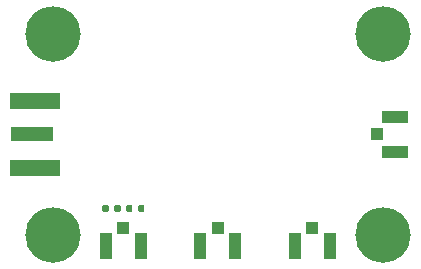
<source format=gbr>
%TF.GenerationSoftware,KiCad,Pcbnew,5.1.9-73d0e3b20d~88~ubuntu20.04.1*%
%TF.CreationDate,2021-03-06T00:26:18+00:00*%
%TF.ProjectId,SMA_to_uFL,534d415f-746f-45f7-9546-4c2e6b696361,1.0*%
%TF.SameCoordinates,Original*%
%TF.FileFunction,Soldermask,Top*%
%TF.FilePolarity,Negative*%
%FSLAX46Y46*%
G04 Gerber Fmt 4.6, Leading zero omitted, Abs format (unit mm)*
G04 Created by KiCad (PCBNEW 5.1.9-73d0e3b20d~88~ubuntu20.04.1) date 2021-03-06 00:26:18*
%MOMM*%
%LPD*%
G01*
G04 APERTURE LIST*
%ADD10C,4.700000*%
%ADD11R,3.600000X1.270000*%
%ADD12R,4.200000X1.350000*%
%ADD13R,1.050000X2.200000*%
%ADD14R,1.000000X1.050000*%
%ADD15R,2.200000X1.050000*%
%ADD16R,1.050000X1.000000*%
G04 APERTURE END LIST*
D10*
%TO.C, *%
X104500000Y-68500000D03*
%TD*%
%TO.C, *%
X76500000Y-68500000D03*
%TD*%
%TO.C, *%
X104500000Y-51500000D03*
%TD*%
%TO.C, *%
X76500000Y-51500000D03*
%TD*%
%TO.C,R2*%
G36*
G01*
X81260000Y-66085000D02*
X81260000Y-66455000D01*
G75*
G02*
X81125000Y-66590000I-135000J0D01*
G01*
X80855000Y-66590000D01*
G75*
G02*
X80720000Y-66455000I0J135000D01*
G01*
X80720000Y-66085000D01*
G75*
G02*
X80855000Y-65950000I135000J0D01*
G01*
X81125000Y-65950000D01*
G75*
G02*
X81260000Y-66085000I0J-135000D01*
G01*
G37*
G36*
G01*
X82280000Y-66085000D02*
X82280000Y-66455000D01*
G75*
G02*
X82145000Y-66590000I-135000J0D01*
G01*
X81875000Y-66590000D01*
G75*
G02*
X81740000Y-66455000I0J135000D01*
G01*
X81740000Y-66085000D01*
G75*
G02*
X81875000Y-65950000I135000J0D01*
G01*
X82145000Y-65950000D01*
G75*
G02*
X82280000Y-66085000I0J-135000D01*
G01*
G37*
%TD*%
%TO.C,R1*%
G36*
G01*
X83740000Y-66455000D02*
X83740000Y-66085000D01*
G75*
G02*
X83875000Y-65950000I135000J0D01*
G01*
X84145000Y-65950000D01*
G75*
G02*
X84280000Y-66085000I0J-135000D01*
G01*
X84280000Y-66455000D01*
G75*
G02*
X84145000Y-66590000I-135000J0D01*
G01*
X83875000Y-66590000D01*
G75*
G02*
X83740000Y-66455000I0J135000D01*
G01*
G37*
G36*
G01*
X82720000Y-66455000D02*
X82720000Y-66085000D01*
G75*
G02*
X82855000Y-65950000I135000J0D01*
G01*
X83125000Y-65950000D01*
G75*
G02*
X83260000Y-66085000I0J-135000D01*
G01*
X83260000Y-66455000D01*
G75*
G02*
X83125000Y-66590000I-135000J0D01*
G01*
X82855000Y-66590000D01*
G75*
G02*
X82720000Y-66455000I0J135000D01*
G01*
G37*
%TD*%
D11*
%TO.C,J5*%
X74800000Y-60000000D03*
D12*
X75000000Y-62825000D03*
X75000000Y-57175000D03*
%TD*%
D13*
%TO.C,J4*%
X83975000Y-69475000D03*
D14*
X82500000Y-67950000D03*
D13*
X81025000Y-69475000D03*
%TD*%
%TO.C,J3*%
X91975000Y-69475000D03*
D14*
X90500000Y-67950000D03*
D13*
X89025000Y-69475000D03*
%TD*%
%TO.C,J2*%
X99975000Y-69475000D03*
D14*
X98500000Y-67950000D03*
D13*
X97025000Y-69475000D03*
%TD*%
D15*
%TO.C,J1*%
X105475000Y-58525000D03*
D16*
X103950000Y-60000000D03*
D15*
X105475000Y-61475000D03*
%TD*%
M02*

</source>
